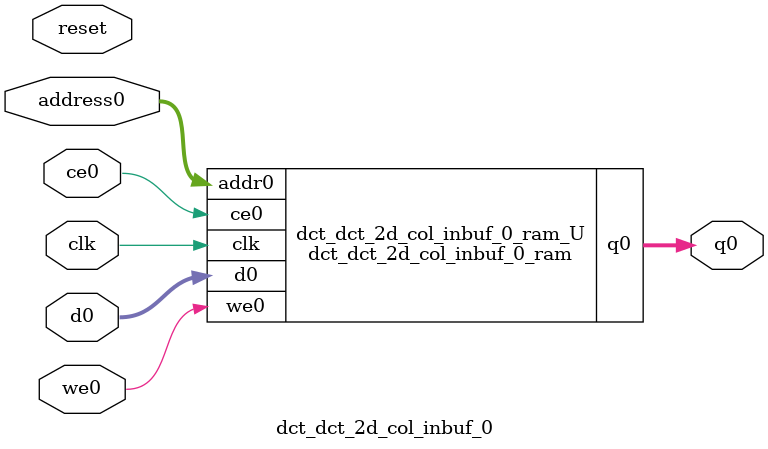
<source format=v>

`timescale 1 ns / 1 ps
module dct_dct_2d_col_inbuf_0_ram (addr0, ce0, d0, we0, q0,  clk);

parameter DWIDTH = 16;
parameter AWIDTH = 3;
parameter MEM_SIZE = 8;

input[AWIDTH-1:0] addr0;
input ce0;
input[DWIDTH-1:0] d0;
input we0;
output reg[DWIDTH-1:0] q0;
input clk;

(* ram_style = "distributed" *)reg [DWIDTH-1:0] ram[MEM_SIZE-1:0];




always @(posedge clk)  
begin 
    if (ce0) 
    begin
        if (we0) 
        begin 
            ram[addr0] <= d0; 
            q0 <= d0;
        end 
        else 
            q0 <= ram[addr0];
    end
end


endmodule


`timescale 1 ns / 1 ps
module dct_dct_2d_col_inbuf_0(
    reset,
    clk,
    address0,
    ce0,
    we0,
    d0,
    q0);

parameter DataWidth = 32'd16;
parameter AddressRange = 32'd8;
parameter AddressWidth = 32'd3;
input reset;
input clk;
input[AddressWidth - 1:0] address0;
input ce0;
input we0;
input[DataWidth - 1:0] d0;
output[DataWidth - 1:0] q0;



dct_dct_2d_col_inbuf_0_ram dct_dct_2d_col_inbuf_0_ram_U(
    .clk( clk ),
    .addr0( address0 ),
    .ce0( ce0 ),
    .d0( d0 ),
    .we0( we0 ),
    .q0( q0 ));

endmodule


</source>
